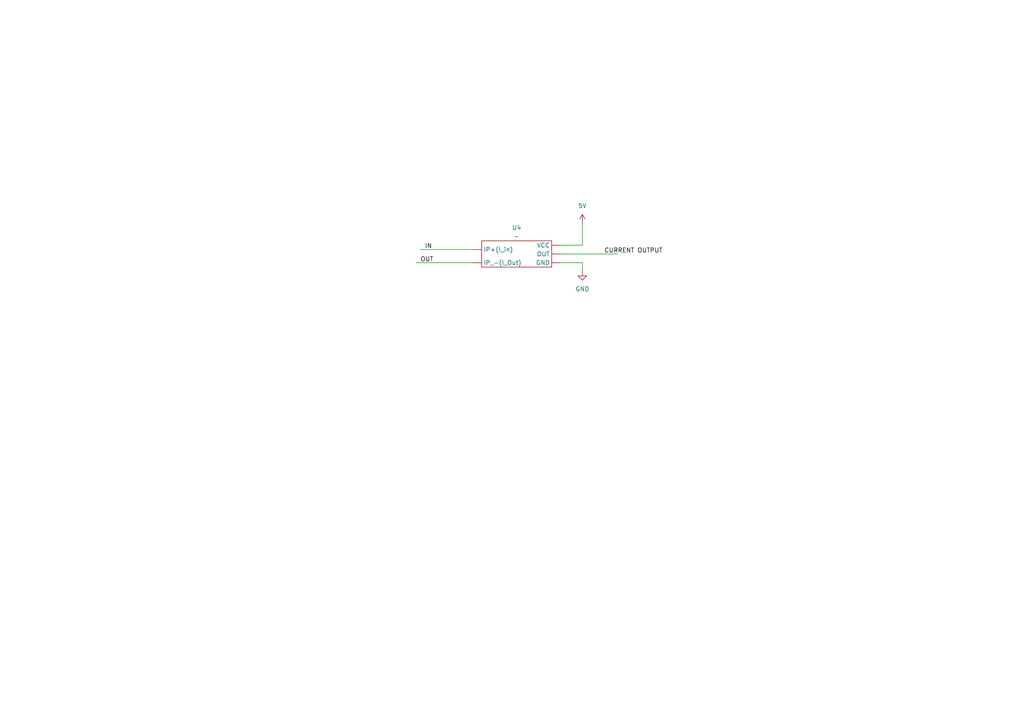
<source format=kicad_sch>
(kicad_sch (version 20250114) (generator "eeschema") (generator_version "9.0")
  (paper "A4")
  (lib_symbols
    (symbol "ASC712_current_sensor:ASC712_Current_sensor"
      (property "Reference" "U" (at 0 0 0))
      (symbol "ASC712_Current_sensor_0_1"
        (rectangle (start 0 7.62) (end 20.32 0))
      )
      (symbol "ASC712_Current_sensor_1_1"
        (pin input line (at -2.54 5.08 0) (length 2.54) (name "IP+(I_in)") (number ""))
        (pin input line (at -2.54 1.27 0) (length 2.54) (name "IP_-(I_Out)") (number ""))
        (pin input line (at 22.86 6.35 180) (length 2.54) (name "VCC") (number ""))
        (pin input line (at 22.86 3.81 180) (length 2.54) (name "OUT") (number ""))
        (pin input line (at 22.86 1.27 180) (length 2.54) (name "GND") (number ""))
      )
    )
    (symbol "power:GND" (power) (pin_numbers (hide yes)) (pin_names (offset 0) (hide yes))
      (property "Value" "GND" (at 0 -3.81 0))
      (symbol "GND_0_1"
        (polyline (pts (xy 0 0) (xy 0 -1.27) (xy 1.27 -1.27) (xy 0 -2.54) (xy -1.27 -1.27) (xy 0 -1.27)))
      )
      (symbol "GND_1_1"
        (pin power_in line (at 0 0 270) (length 0) (name "~") (number "1"))
      )
    )
    (symbol "power:VCC" (power) (pin_numbers (hide yes)) (pin_names (offset 0) (hide yes))
      (property "Value" "VCC" (at 0 3.556 0))
      (symbol "VCC_0_1"
        (polyline (pts (xy -0.762 1.27) (xy 0 2.54)))
        (polyline (pts (xy 0 2.54) (xy 0.762 1.27)))
        (polyline (pts (xy 0 0) (xy 0 2.54)))
      )
      (symbol "VCC_1_1"
        (pin power_in line (at 0 0 90) (length 0) (name "~") (number "1"))
      )
    )
  )
  (wire (pts (xy 162.56 76.2) (xy 168.91 76.2)))
  (wire (pts (xy 168.91 76.2) (xy 168.91 78.74)))
  (wire (pts (xy 162.56 71.12) (xy 168.91 71.12)))
  (wire (pts (xy 120.65 76.2) (xy 137.16 76.2)))
  (wire (pts (xy 121.92 72.39) (xy 137.16 72.39)))
  (wire (pts (xy 162.56 73.66) (xy 179.07 73.66)))
  (wire (pts (xy 168.91 71.12) (xy 168.91 64.77)))
  (label "OUT" (at 121.92 76.2 0))
  (label "CURRENT OUTPUT" (at 175.26 73.66 0))
  (label "IN" (at 123.19 72.39 0))
  (symbol (lib_id "ASC712_current_sensor:ASC712_Current_sensor") (at 139.7 77.47 0) (unit 1)
    (property "Reference" "U4" (at 149.86 66.04 0))
    (property "Value" "~" (at 149.86 68.58 0))
  )
  (symbol (lib_id "power:GND") (at 168.91 78.74 0) (unit 1)
    (property "Reference" "#PWR05" (effects (hide yes)))
    (property "Value" "GND" (at 168.91 83.82 0))
    (property "Description" "Power symbol creates a global label with name \"GND\" , ground" (effects (hide yes)))
  )
  (symbol (lib_id "power:VCC") (at 168.91 64.77 0) (unit 1)
    (property "Reference" "#PWR04" (effects (hide yes)))
    (property "Value" "5V" (at 168.91 59.69 0))
    (property "Description" "Power symbol creates a global label with name \"VCC\"" (effects (hide yes)))
  )
)
</source>
